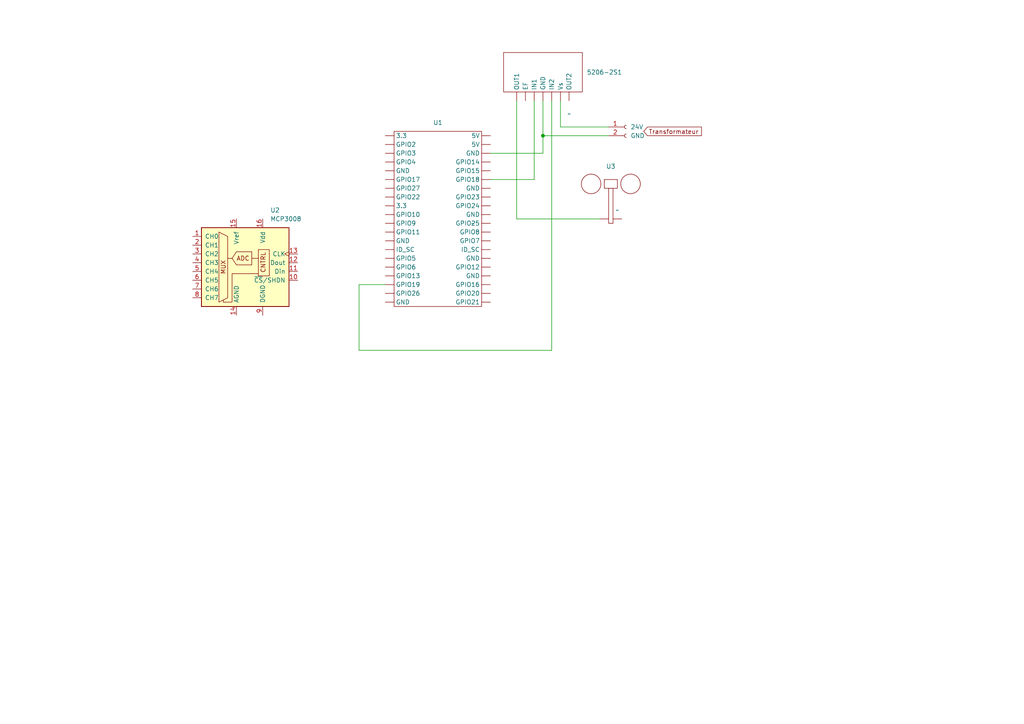
<source format=kicad_sch>
(kicad_sch (version 20230121) (generator eeschema)

  (uuid 2c890d49-afbc-4e69-b3ac-c81fc2eb91e7)

  (paper "A4")

  (lib_symbols
    (symbol "Analog_ADC:MCP3008" (pin_names (offset 1.016)) (in_bom yes) (on_board yes)
      (property "Reference" "U" (at -5.08 13.335 0)
        (effects (font (size 1.27 1.27)) (justify right))
      )
      (property "Value" "MCP3008" (at -5.08 11.43 0)
        (effects (font (size 1.27 1.27)) (justify right))
      )
      (property "Footprint" "" (at 2.54 2.54 0)
        (effects (font (size 1.27 1.27)) hide)
      )
      (property "Datasheet" "http://ww1.microchip.com/downloads/en/DeviceDoc/21295d.pdf" (at 2.54 2.54 0)
        (effects (font (size 1.27 1.27)) hide)
      )
      (property "ki_keywords" "12bit ADC Reference Single Supply SPI 8CH" (at 0 0 0)
        (effects (font (size 1.27 1.27)) hide)
      )
      (property "ki_description" "A/D Converter, 10-Bit, 8-Channel, SPI Interface , 2.7V-5.5V" (at 0 0 0)
        (effects (font (size 1.27 1.27)) hide)
      )
      (property "ki_fp_filters" "DIP*W7.62mm* SOIC*3.9x9.9mm*P1.27mm*" (at 0 0 0)
        (effects (font (size 1.27 1.27)) hide)
      )
      (symbol "MCP3008_0_0"
        (text "ADC" (at -0.635 1.27 0)
          (effects (font (size 1.27 1.27)))
        )
        (text "CNTRL" (at 5.969 -2.921 900)
          (effects (font (size 1.27 1.27)) (justify left bottom))
        )
        (text "MUX" (at -6.35 -1.27 900)
          (effects (font (size 1.27 1.27)))
        )
      )
      (symbol "MCP3008_0_1"
        (polyline
          (pts
            (xy -3.81 1.27)
            (xy -5.08 1.27)
          )
          (stroke (width 0) (type default))
          (fill (type none))
        )
        (polyline
          (pts
            (xy 1.905 1.27)
            (xy 3.81 1.27)
          )
          (stroke (width 0) (type default))
          (fill (type none))
        )
        (polyline
          (pts
            (xy -7.62 8.89)
            (xy -7.62 -11.43)
            (xy -5.08 -10.16)
            (xy -5.08 7.62)
            (xy -7.62 8.89)
          )
          (stroke (width 0) (type default))
          (fill (type none))
        )
        (polyline
          (pts
            (xy 3.81 -3.175)
            (xy -3.81 -3.175)
            (xy -3.81 -11.43)
            (xy -6.35 -11.43)
            (xy -6.35 -10.795)
          )
          (stroke (width 0) (type default))
          (fill (type none))
        )
        (polyline
          (pts
            (xy 1.905 3.175)
            (xy 1.905 -0.635)
            (xy -2.54 -0.635)
            (xy -3.81 1.27)
            (xy -2.54 3.175)
            (xy 1.905 3.175)
          )
          (stroke (width 0) (type default))
          (fill (type none))
        )
        (rectangle (start 3.81 -3.81) (end 6.985 3.81)
          (stroke (width 0) (type default))
          (fill (type none))
        )
        (rectangle (start 12.7 -12.7) (end -12.7 10.16)
          (stroke (width 0.254) (type default))
          (fill (type background))
        )
      )
      (symbol "MCP3008_1_1"
        (pin input line (at -15.24 7.62 0) (length 2.54)
          (name "CH0" (effects (font (size 1.27 1.27))))
          (number "1" (effects (font (size 1.27 1.27))))
        )
        (pin input line (at 15.24 -5.08 180) (length 2.54)
          (name "~{CS}/SHDN" (effects (font (size 1.27 1.27))))
          (number "10" (effects (font (size 1.27 1.27))))
        )
        (pin input line (at 15.24 -2.54 180) (length 2.54)
          (name "Din" (effects (font (size 1.27 1.27))))
          (number "11" (effects (font (size 1.27 1.27))))
        )
        (pin output line (at 15.24 0 180) (length 2.54)
          (name "Dout" (effects (font (size 1.27 1.27))))
          (number "12" (effects (font (size 1.27 1.27))))
        )
        (pin input clock (at 15.24 2.54 180) (length 2.54)
          (name "CLK" (effects (font (size 1.27 1.27))))
          (number "13" (effects (font (size 1.27 1.27))))
        )
        (pin power_in line (at -2.54 -15.24 90) (length 2.54)
          (name "AGND" (effects (font (size 1.27 1.27))))
          (number "14" (effects (font (size 1.27 1.27))))
        )
        (pin power_in line (at -2.54 12.7 270) (length 2.54)
          (name "Vref" (effects (font (size 1.27 1.27))))
          (number "15" (effects (font (size 1.27 1.27))))
        )
        (pin power_in line (at 5.08 12.7 270) (length 2.54)
          (name "Vdd" (effects (font (size 1.27 1.27))))
          (number "16" (effects (font (size 1.27 1.27))))
        )
        (pin input line (at -15.24 5.08 0) (length 2.54)
          (name "CH1" (effects (font (size 1.27 1.27))))
          (number "2" (effects (font (size 1.27 1.27))))
        )
        (pin input line (at -15.24 2.54 0) (length 2.54)
          (name "CH2" (effects (font (size 1.27 1.27))))
          (number "3" (effects (font (size 1.27 1.27))))
        )
        (pin input line (at -15.24 0 0) (length 2.54)
          (name "CH3" (effects (font (size 1.27 1.27))))
          (number "4" (effects (font (size 1.27 1.27))))
        )
        (pin input line (at -15.24 -2.54 0) (length 2.54)
          (name "CH4" (effects (font (size 1.27 1.27))))
          (number "5" (effects (font (size 1.27 1.27))))
        )
        (pin input line (at -15.24 -5.08 0) (length 2.54)
          (name "CH5" (effects (font (size 1.27 1.27))))
          (number "6" (effects (font (size 1.27 1.27))))
        )
        (pin input line (at -15.24 -7.62 0) (length 2.54)
          (name "CH6" (effects (font (size 1.27 1.27))))
          (number "7" (effects (font (size 1.27 1.27))))
        )
        (pin input line (at -15.24 -10.16 0) (length 2.54)
          (name "CH7" (effects (font (size 1.27 1.27))))
          (number "8" (effects (font (size 1.27 1.27))))
        )
        (pin power_in line (at 5.08 -15.24 90) (length 2.54)
          (name "DGND" (effects (font (size 1.27 1.27))))
          (number "9" (effects (font (size 1.27 1.27))))
        )
      )
    )
    (symbol "Connector:Conn_01x02_Socket" (pin_names (offset 1.016) hide) (in_bom yes) (on_board yes)
      (property "Reference" "J" (at 0 2.54 0)
        (effects (font (size 1.27 1.27)))
      )
      (property "Value" "Conn_01x02_Socket" (at 0 -5.08 0)
        (effects (font (size 1.27 1.27)))
      )
      (property "Footprint" "" (at 0 0 0)
        (effects (font (size 1.27 1.27)) hide)
      )
      (property "Datasheet" "~" (at 0 0 0)
        (effects (font (size 1.27 1.27)) hide)
      )
      (property "ki_locked" "" (at 0 0 0)
        (effects (font (size 1.27 1.27)))
      )
      (property "ki_keywords" "connector" (at 0 0 0)
        (effects (font (size 1.27 1.27)) hide)
      )
      (property "ki_description" "Generic connector, single row, 01x02, script generated" (at 0 0 0)
        (effects (font (size 1.27 1.27)) hide)
      )
      (property "ki_fp_filters" "Connector*:*_1x??_*" (at 0 0 0)
        (effects (font (size 1.27 1.27)) hide)
      )
      (symbol "Conn_01x02_Socket_1_1"
        (arc (start 0 -2.032) (mid -0.5058 -2.54) (end 0 -3.048)
          (stroke (width 0.1524) (type default))
          (fill (type none))
        )
        (polyline
          (pts
            (xy -1.27 -2.54)
            (xy -0.508 -2.54)
          )
          (stroke (width 0.1524) (type default))
          (fill (type none))
        )
        (polyline
          (pts
            (xy -1.27 0)
            (xy -0.508 0)
          )
          (stroke (width 0.1524) (type default))
          (fill (type none))
        )
        (arc (start 0 0.508) (mid -0.5058 0) (end 0 -0.508)
          (stroke (width 0.1524) (type default))
          (fill (type none))
        )
        (pin passive line (at -5.08 0 0) (length 3.81)
          (name "Pin_1" (effects (font (size 1.27 1.27))))
          (number "1" (effects (font (size 1.27 1.27))))
        )
        (pin passive line (at -5.08 -2.54 0) (length 3.81)
          (name "Pin_2" (effects (font (size 1.27 1.27))))
          (number "2" (effects (font (size 1.27 1.27))))
        )
      )
    )
    (symbol "PFELib:5206-2S" (in_bom yes) (on_board yes)
      (property "Reference" "5206-2S" (at 0 0 0)
        (effects (font (size 1.27 1.27)))
      )
      (property "Value" "" (at 0 0 0)
        (effects (font (size 1.27 1.27)))
      )
      (property "Footprint" "" (at 0 0 0)
        (effects (font (size 1.27 1.27)) hide)
      )
      (property "Datasheet" "" (at 0 0 0)
        (effects (font (size 1.27 1.27)) hide)
      )
      (symbol "5206-2S_0_1"
        (rectangle (start -19.05 6.35) (end 3.81 17.78)
          (stroke (width 0) (type default))
          (fill (type none))
        )
      )
      (symbol "5206-2S_1_1"
        (pin input line (at -12.7 3.81 90) (length 2.54)
          (name "EF" (effects (font (size 1.27 1.27))))
          (number "" (effects (font (size 1.27 1.27))))
        )
        (pin input line (at -7.62 3.81 90) (length 2.54)
          (name "GND" (effects (font (size 1.27 1.27))))
          (number "" (effects (font (size 1.27 1.27))))
        )
        (pin input line (at -10.16 3.81 90) (length 2.54)
          (name "IN1" (effects (font (size 1.27 1.27))))
          (number "" (effects (font (size 1.27 1.27))))
        )
        (pin input line (at -5.08 3.81 90) (length 2.54)
          (name "IN2" (effects (font (size 1.27 1.27))))
          (number "" (effects (font (size 1.27 1.27))))
        )
        (pin input line (at -15.24 3.81 90) (length 2.54)
          (name "OUT1" (effects (font (size 1.27 1.27))))
          (number "" (effects (font (size 1.27 1.27))))
        )
        (pin input line (at -0.0618 3.7963 90) (length 2.54)
          (name "OUT2" (effects (font (size 1.27 1.27))))
          (number "" (effects (font (size 1.27 1.27))))
        )
        (pin input line (at -2.54 3.81 90) (length 2.54)
          (name "Vs" (effects (font (size 1.27 1.27))))
          (number "" (effects (font (size 1.27 1.27))))
        )
      )
    )
    (symbol "PFELib:Raspi3b+" (in_bom yes) (on_board yes)
      (property "Reference" "U1" (at 0 29.21 0)
        (effects (font (size 1.27 1.27)))
      )
      (property "Value" "~" (at 10.16 0 0)
        (effects (font (size 1.27 1.27)))
      )
      (property "Footprint" "" (at 10.16 0 0)
        (effects (font (size 1.27 1.27)) hide)
      )
      (property "Datasheet" "" (at 10.16 0 0)
        (effects (font (size 1.27 1.27)) hide)
      )
      (symbol "Raspi3b+_0_1"
        (rectangle (start -12.7 26.67) (end 12.7 -24.13)
          (stroke (width 0) (type default))
          (fill (type none))
        )
      )
      (symbol "Raspi3b+_1_1"
        (pin input line (at -15.24 5.08 0) (length 2.54)
          (name "3.3" (effects (font (size 1.27 1.27))))
          (number "" (effects (font (size 1.27 1.27))))
        )
        (pin input line (at -15.24 25.4 0) (length 2.54)
          (name "3.3" (effects (font (size 1.27 1.27))))
          (number "" (effects (font (size 1.27 1.27))))
        )
        (pin input line (at 15.24 22.86 180) (length 2.54)
          (name "5V" (effects (font (size 1.27 1.27))))
          (number "" (effects (font (size 1.27 1.27))))
        )
        (pin input line (at 15.24 25.4 180) (length 2.54)
          (name "5V" (effects (font (size 1.27 1.27))))
          (number "" (effects (font (size 1.27 1.27))))
        )
        (pin input line (at -15.24 -22.86 0) (length 2.54)
          (name "GND" (effects (font (size 1.27 1.27))))
          (number "" (effects (font (size 1.27 1.27))))
        )
        (pin input line (at -15.24 -5.08 0) (length 2.54)
          (name "GND" (effects (font (size 1.27 1.27))))
          (number "" (effects (font (size 1.27 1.27))))
        )
        (pin input line (at -15.24 15.24 0) (length 2.54)
          (name "GND" (effects (font (size 1.27 1.27))))
          (number "" (effects (font (size 1.27 1.27))))
        )
        (pin input line (at 15.24 -15.24 180) (length 2.54)
          (name "GND" (effects (font (size 1.27 1.27))))
          (number "" (effects (font (size 1.27 1.27))))
        )
        (pin input line (at 15.24 -10.16 180) (length 2.54)
          (name "GND" (effects (font (size 1.27 1.27))))
          (number "" (effects (font (size 1.27 1.27))))
        )
        (pin input line (at 15.24 2.54 180) (length 2.54)
          (name "GND" (effects (font (size 1.27 1.27))))
          (number "" (effects (font (size 1.27 1.27))))
        )
        (pin input line (at 15.24 10.16 180) (length 2.54)
          (name "GND" (effects (font (size 1.27 1.27))))
          (number "" (effects (font (size 1.27 1.27))))
        )
        (pin input line (at 15.24 20.32 180) (length 2.54)
          (name "GND" (effects (font (size 1.27 1.27))))
          (number "" (effects (font (size 1.27 1.27))))
        )
        (pin input line (at -15.24 2.54 0) (length 2.54)
          (name "GPIO10" (effects (font (size 1.27 1.27))))
          (number "" (effects (font (size 1.27 1.27))))
        )
        (pin input line (at -15.24 -2.54 0) (length 2.54)
          (name "GPIO11" (effects (font (size 1.27 1.27))))
          (number "" (effects (font (size 1.27 1.27))))
        )
        (pin input line (at 15.24 -12.7 180) (length 2.54)
          (name "GPIO12" (effects (font (size 1.27 1.27))))
          (number "" (effects (font (size 1.27 1.27))))
        )
        (pin input line (at -15.24 -15.24 0) (length 2.54)
          (name "GPIO13" (effects (font (size 1.27 1.27))))
          (number "" (effects (font (size 1.27 1.27))))
        )
        (pin input line (at 15.24 17.78 180) (length 2.54)
          (name "GPIO14" (effects (font (size 1.27 1.27))))
          (number "" (effects (font (size 1.27 1.27))))
        )
        (pin input line (at 15.24 15.24 180) (length 2.54)
          (name "GPIO15" (effects (font (size 1.27 1.27))))
          (number "" (effects (font (size 1.27 1.27))))
        )
        (pin input line (at 15.24 -17.78 180) (length 2.54)
          (name "GPIO16" (effects (font (size 1.27 1.27))))
          (number "" (effects (font (size 1.27 1.27))))
        )
        (pin input line (at -15.24 12.7 0) (length 2.54)
          (name "GPIO17" (effects (font (size 1.27 1.27))))
          (number "" (effects (font (size 1.27 1.27))))
        )
        (pin input line (at 15.24 12.7 180) (length 2.54)
          (name "GPIO18" (effects (font (size 1.27 1.27))))
          (number "" (effects (font (size 1.27 1.27))))
        )
        (pin input line (at -15.24 -17.78 0) (length 2.54)
          (name "GPIO19" (effects (font (size 1.27 1.27))))
          (number "" (effects (font (size 1.27 1.27))))
        )
        (pin input line (at -15.24 22.86 0) (length 2.54)
          (name "GPIO2" (effects (font (size 1.27 1.27))))
          (number "" (effects (font (size 1.27 1.27))))
        )
        (pin input line (at 15.24 -20.32 180) (length 2.54)
          (name "GPIO20" (effects (font (size 1.27 1.27))))
          (number "" (effects (font (size 1.27 1.27))))
        )
        (pin input line (at 15.24 -22.86 180) (length 2.54)
          (name "GPIO21" (effects (font (size 1.27 1.27))))
          (number "" (effects (font (size 1.27 1.27))))
        )
        (pin input line (at -15.24 7.62 0) (length 2.54)
          (name "GPIO22" (effects (font (size 1.27 1.27))))
          (number "" (effects (font (size 1.27 1.27))))
        )
        (pin input line (at 15.24 7.62 180) (length 2.54)
          (name "GPIO23" (effects (font (size 1.27 1.27))))
          (number "" (effects (font (size 1.27 1.27))))
        )
        (pin input line (at 15.24 5.08 180) (length 2.54)
          (name "GPIO24" (effects (font (size 1.27 1.27))))
          (number "" (effects (font (size 1.27 1.27))))
        )
        (pin input line (at 15.24 0 180) (length 2.54)
          (name "GPIO25" (effects (font (size 1.27 1.27))))
          (number "" (effects (font (size 1.27 1.27))))
        )
        (pin input line (at -15.24 -20.32 0) (length 2.54)
          (name "GPIO26" (effects (font (size 1.27 1.27))))
          (number "" (effects (font (size 1.27 1.27))))
        )
        (pin input line (at -15.24 10.16 0) (length 2.54)
          (name "GPIO27" (effects (font (size 1.27 1.27))))
          (number "" (effects (font (size 1.27 1.27))))
        )
        (pin input line (at -15.24 20.32 0) (length 2.54)
          (name "GPIO3" (effects (font (size 1.27 1.27))))
          (number "" (effects (font (size 1.27 1.27))))
        )
        (pin input line (at -15.24 17.78 0) (length 2.54)
          (name "GPIO4" (effects (font (size 1.27 1.27))))
          (number "" (effects (font (size 1.27 1.27))))
        )
        (pin input line (at -15.24 -10.16 0) (length 2.54)
          (name "GPIO5" (effects (font (size 1.27 1.27))))
          (number "" (effects (font (size 1.27 1.27))))
        )
        (pin input line (at -15.24 -12.7 0) (length 2.54)
          (name "GPIO6" (effects (font (size 1.27 1.27))))
          (number "" (effects (font (size 1.27 1.27))))
        )
        (pin input line (at 15.24 -5.08 180) (length 2.54)
          (name "GPIO7" (effects (font (size 1.27 1.27))))
          (number "" (effects (font (size 1.27 1.27))))
        )
        (pin input line (at 15.24 -2.54 180) (length 2.54)
          (name "GPIO8" (effects (font (size 1.27 1.27))))
          (number "" (effects (font (size 1.27 1.27))))
        )
        (pin input line (at -15.24 0 0) (length 2.54)
          (name "GPIO9" (effects (font (size 1.27 1.27))))
          (number "" (effects (font (size 1.27 1.27))))
        )
        (pin input line (at -15.24 -7.62 0) (length 2.54)
          (name "ID_SC" (effects (font (size 1.27 1.27))))
          (number "" (effects (font (size 1.27 1.27))))
        )
        (pin input line (at 15.24 -7.62 180) (length 2.54)
          (name "ID_SC" (effects (font (size 1.27 1.27))))
          (number "" (effects (font (size 1.27 1.27))))
        )
      )
    )
    (symbol "PFELib:Ringer" (in_bom yes) (on_board yes)
      (property "Reference" "U" (at 0 0 0)
        (effects (font (size 1.27 1.27)))
      )
      (property "Value" "" (at 0 0 0)
        (effects (font (size 1.27 1.27)))
      )
      (property "Footprint" "" (at 0 0 0)
        (effects (font (size 1.27 1.27)) hide)
      )
      (property "Datasheet" "" (at 0 0 0)
        (effects (font (size 1.27 1.27)) hide)
      )
      (symbol "Ringer_0_1"
        (circle (center -7.62 7.62) (radius 2.8398)
          (stroke (width 0) (type default))
          (fill (type none))
        )
        (rectangle (start -3.81 8.89) (end 0 6.35)
          (stroke (width 0) (type default))
          (fill (type none))
        )
        (rectangle (start -2.54 6.35) (end -1.27 -3.81)
          (stroke (width 0) (type default))
          (fill (type none))
        )
        (circle (center 3.81 7.62) (radius 2.8398)
          (stroke (width 0) (type default))
          (fill (type none))
        )
      )
      (symbol "Ringer_1_1"
        (pin input line (at -5.08 -2.54 0) (length 2.54)
          (name "" (effects (font (size 1.27 1.27))))
          (number "" (effects (font (size 1.27 1.27))))
        )
        (pin input line (at 1.27 -2.54 180) (length 2.54)
          (name "" (effects (font (size 1.27 1.27))))
          (number "" (effects (font (size 1.27 1.27))))
        )
      )
    )
  )

  (junction (at 157.48 39.37) (diameter 0) (color 0 0 0 0)
    (uuid f8713a9b-6f48-42fe-bf66-cdfb08c27bf0)
  )

  (wire (pts (xy 160.02 101.6) (xy 104.14 101.6))
    (stroke (width 0) (type default))
    (uuid 0e99a94b-e826-4475-b129-0de8d0a1aaa6)
  )
  (wire (pts (xy 162.56 29.21) (xy 162.56 36.83))
    (stroke (width 0) (type default))
    (uuid 101765c9-e142-4ec6-b666-5cd243fe6ce6)
  )
  (wire (pts (xy 157.48 44.45) (xy 142.24 44.45))
    (stroke (width 0) (type default))
    (uuid 50709794-780e-4d0f-9d55-6b7b461f0ba7)
  )
  (wire (pts (xy 104.14 82.55) (xy 111.76 82.55))
    (stroke (width 0) (type default))
    (uuid 59ab6142-f4ee-402a-b308-6d74b8b23c84)
  )
  (wire (pts (xy 173.99 63.5) (xy 149.86 63.5))
    (stroke (width 0) (type default))
    (uuid 70dd46a3-d74d-488e-b71f-373435d6fd3c)
  )
  (wire (pts (xy 157.48 39.37) (xy 157.48 44.45))
    (stroke (width 0) (type default))
    (uuid 8571c81e-0281-4165-9b6d-27de2f086843)
  )
  (wire (pts (xy 157.48 29.21) (xy 157.48 39.37))
    (stroke (width 0) (type default))
    (uuid 8ccf6b81-5885-43b1-9e32-0abe376bd99b)
  )
  (wire (pts (xy 104.14 101.6) (xy 104.14 82.55))
    (stroke (width 0) (type default))
    (uuid 8d7472d6-85dd-48db-a28a-eed6bc6c0694)
  )
  (wire (pts (xy 162.56 36.83) (xy 176.53 36.83))
    (stroke (width 0) (type default))
    (uuid 9001aa9b-5ed1-4d2b-ae83-e046d79a4cb7)
  )
  (wire (pts (xy 176.53 39.37) (xy 157.48 39.37))
    (stroke (width 0) (type default))
    (uuid a3419067-310b-4c26-9a09-89345bb18aae)
  )
  (wire (pts (xy 149.86 63.5) (xy 149.86 29.21))
    (stroke (width 0) (type default))
    (uuid b45daef5-d1c8-4e13-b2e3-c83cba408025)
  )
  (wire (pts (xy 154.94 29.21) (xy 154.94 52.07))
    (stroke (width 0) (type default))
    (uuid b9c4e7e8-8f55-4adf-b4ea-b11d5b8f54ed)
  )
  (wire (pts (xy 154.94 52.07) (xy 142.24 52.07))
    (stroke (width 0) (type default))
    (uuid c084ebf8-efc8-4515-9357-465a3d9306ac)
  )
  (wire (pts (xy 160.02 29.21) (xy 160.02 101.6))
    (stroke (width 0) (type default))
    (uuid e7e7c541-9119-4d4c-bf70-be51f7af7db7)
  )

  (global_label "Transformateur" (shape input) (at 186.69 38.1 0) (fields_autoplaced)
    (effects (font (size 1.27 1.27)) (justify left))
    (uuid 506457e5-314e-4695-b832-4cf6e7218e12)
    (property "Intersheetrefs" "${INTERSHEET_REFS}" (at 204.0078 38.1 0)
      (effects (font (size 1.27 1.27)) (justify left) hide)
    )
  )

  (symbol (lib_id "Connector:Conn_01x02_Socket") (at 181.61 36.83 0) (unit 1)
    (in_bom yes) (on_board yes) (dnp no) (fields_autoplaced)
    (uuid 1a1f3175-ee9b-4c9b-8333-409cbb5d9ef6)
    (property "Reference" "24V" (at 182.88 36.83 0)
      (effects (font (size 1.27 1.27)) (justify left))
    )
    (property "Value" "GND" (at 182.88 39.37 0)
      (effects (font (size 1.27 1.27)) (justify left))
    )
    (property "Footprint" "" (at 181.61 36.83 0)
      (effects (font (size 1.27 1.27)) hide)
    )
    (property "Datasheet" "~" (at 181.61 36.83 0)
      (effects (font (size 1.27 1.27)) hide)
    )
    (pin "1" (uuid e5fd2ced-69a1-426d-ab50-68568e92671f))
    (pin "2" (uuid a71563f7-514c-46ba-ae03-dee650f4030f))
    (instances
      (project "ChamberOfVacuum"
        (path "/2c890d49-afbc-4e69-b3ac-c81fc2eb91e7"
          (reference "24V") (unit 1)
        )
      )
    )
  )

  (symbol (lib_id "PFELib:Raspi3b+") (at 127 64.77 0) (unit 1)
    (in_bom yes) (on_board yes) (dnp no) (fields_autoplaced)
    (uuid 1fce932a-cd88-4d17-8d80-7bdab3ca4a07)
    (property "Reference" "U1" (at 127 35.56 0)
      (effects (font (size 1.27 1.27)))
    )
    (property "Value" "~" (at 137.16 64.77 0)
      (effects (font (size 1.27 1.27)))
    )
    (property "Footprint" "" (at 137.16 64.77 0)
      (effects (font (size 1.27 1.27)) hide)
    )
    (property "Datasheet" "" (at 137.16 64.77 0)
      (effects (font (size 1.27 1.27)) hide)
    )
    (pin "" (uuid b9f27d5c-2698-49f8-a4c7-dcbb616c7fac))
    (pin "" (uuid b9f27d5c-2698-49f8-a4c7-dcbb616c7fac))
    (pin "" (uuid b9f27d5c-2698-49f8-a4c7-dcbb616c7fac))
    (pin "" (uuid b9f27d5c-2698-49f8-a4c7-dcbb616c7fac))
    (pin "" (uuid b9f27d5c-2698-49f8-a4c7-dcbb616c7fac))
    (pin "" (uuid b9f27d5c-2698-49f8-a4c7-dcbb616c7fac))
    (pin "" (uuid b9f27d5c-2698-49f8-a4c7-dcbb616c7fac))
    (pin "" (uuid b9f27d5c-2698-49f8-a4c7-dcbb616c7fac))
    (pin "" (uuid b9f27d5c-2698-49f8-a4c7-dcbb616c7fac))
    (pin "" (uuid b9f27d5c-2698-49f8-a4c7-dcbb616c7fac))
    (pin "" (uuid b9f27d5c-2698-49f8-a4c7-dcbb616c7fac))
    (pin "" (uuid b9f27d5c-2698-49f8-a4c7-dcbb616c7fac))
    (pin "" (uuid b9f27d5c-2698-49f8-a4c7-dcbb616c7fac))
    (pin "" (uuid b9f27d5c-2698-49f8-a4c7-dcbb616c7fac))
    (pin "" (uuid b9f27d5c-2698-49f8-a4c7-dcbb616c7fac))
    (pin "" (uuid b9f27d5c-2698-49f8-a4c7-dcbb616c7fac))
    (pin "" (uuid b9f27d5c-2698-49f8-a4c7-dcbb616c7fac))
    (pin "" (uuid b9f27d5c-2698-49f8-a4c7-dcbb616c7fac))
    (pin "" (uuid b9f27d5c-2698-49f8-a4c7-dcbb616c7fac))
    (pin "" (uuid b9f27d5c-2698-49f8-a4c7-dcbb616c7fac))
    (pin "" (uuid b9f27d5c-2698-49f8-a4c7-dcbb616c7fac))
    (pin "" (uuid b9f27d5c-2698-49f8-a4c7-dcbb616c7fac))
    (pin "" (uuid b9f27d5c-2698-49f8-a4c7-dcbb616c7fac))
    (pin "" (uuid b9f27d5c-2698-49f8-a4c7-dcbb616c7fac))
    (pin "" (uuid b9f27d5c-2698-49f8-a4c7-dcbb616c7fac))
    (pin "" (uuid b9f27d5c-2698-49f8-a4c7-dcbb616c7fac))
    (pin "" (uuid b9f27d5c-2698-49f8-a4c7-dcbb616c7fac))
    (pin "" (uuid b9f27d5c-2698-49f8-a4c7-dcbb616c7fac))
    (pin "" (uuid b9f27d5c-2698-49f8-a4c7-dcbb616c7fac))
    (pin "" (uuid b9f27d5c-2698-49f8-a4c7-dcbb616c7fac))
    (pin "" (uuid b9f27d5c-2698-49f8-a4c7-dcbb616c7fac))
    (pin "" (uuid b9f27d5c-2698-49f8-a4c7-dcbb616c7fac))
    (pin "" (uuid b9f27d5c-2698-49f8-a4c7-dcbb616c7fac))
    (pin "" (uuid b9f27d5c-2698-49f8-a4c7-dcbb616c7fac))
    (pin "" (uuid b9f27d5c-2698-49f8-a4c7-dcbb616c7fac))
    (pin "" (uuid b9f27d5c-2698-49f8-a4c7-dcbb616c7fac))
    (pin "" (uuid b9f27d5c-2698-49f8-a4c7-dcbb616c7fac))
    (pin "" (uuid b9f27d5c-2698-49f8-a4c7-dcbb616c7fac))
    (pin "" (uuid b9f27d5c-2698-49f8-a4c7-dcbb616c7fac))
    (pin "" (uuid b9f27d5c-2698-49f8-a4c7-dcbb616c7fac))
    (instances
      (project "ChamberOfVacuum"
        (path "/2c890d49-afbc-4e69-b3ac-c81fc2eb91e7"
          (reference "U1") (unit 1)
        )
      )
    )
  )

  (symbol (lib_id "PFELib:5206-2S") (at 165.1 33.02 0) (unit 1)
    (in_bom yes) (on_board yes) (dnp no) (fields_autoplaced)
    (uuid 55a94863-5439-4554-9651-fe35277c27e5)
    (property "Reference" "5206-2S1" (at 170.18 20.9618 0)
      (effects (font (size 1.27 1.27)) (justify left))
    )
    (property "Value" "~" (at 165.1 33.02 0)
      (effects (font (size 1.27 1.27)))
    )
    (property "Footprint" "" (at 165.1 33.02 0)
      (effects (font (size 1.27 1.27)) hide)
    )
    (property "Datasheet" "" (at 165.1 33.02 0)
      (effects (font (size 1.27 1.27)) hide)
    )
    (pin "" (uuid 59644416-93ee-45d6-ab85-4b2636ce984f))
    (pin "" (uuid 91a8db1e-f437-46fd-a14d-036aec4be9b2))
    (pin "" (uuid da1c1a02-36f2-4342-beb7-155d6247d5cf))
    (pin "" (uuid ea865453-b7c3-46fb-b6b4-50106e0ba142))
    (pin "" (uuid 07753ab7-79b8-47be-bbd6-11ddeaf7e689))
    (pin "" (uuid 1d89c24b-90aa-447e-ab75-2778dcd1eaf7))
    (pin "" (uuid 688c0a28-3c91-47f9-9ef6-fe3fb22b433e))
    (instances
      (project "ChamberOfVacuum"
        (path "/2c890d49-afbc-4e69-b3ac-c81fc2eb91e7"
          (reference "5206-2S1") (unit 1)
        )
      )
    )
  )

  (symbol (lib_id "Analog_ADC:MCP3008") (at 71.12 76.2 0) (unit 1)
    (in_bom yes) (on_board yes) (dnp no) (fields_autoplaced)
    (uuid 85ce9b3c-b9f4-4d47-984e-2d59b7d6fe52)
    (property "Reference" "U2" (at 78.3941 60.96 0)
      (effects (font (size 1.27 1.27)) (justify left))
    )
    (property "Value" "MCP3008" (at 78.3941 63.5 0)
      (effects (font (size 1.27 1.27)) (justify left))
    )
    (property "Footprint" "" (at 73.66 73.66 0)
      (effects (font (size 1.27 1.27)) hide)
    )
    (property "Datasheet" "http://ww1.microchip.com/downloads/en/DeviceDoc/21295d.pdf" (at 73.66 73.66 0)
      (effects (font (size 1.27 1.27)) hide)
    )
    (pin "1" (uuid ee06955c-530d-42a6-92db-de5357f23272))
    (pin "10" (uuid 45831918-75eb-45a3-aa1a-938ec9ee749b))
    (pin "11" (uuid 70b925e5-d9ac-48d5-aa85-ca8b3b616f71))
    (pin "12" (uuid dfb1f0be-42f5-4b4d-af81-094dc2f85f43))
    (pin "13" (uuid 3214345d-367e-4661-a4ec-40d5dc6f8960))
    (pin "14" (uuid 49b9bd03-fdb6-4b1a-b618-aed83766ed31))
    (pin "15" (uuid cab28ebc-d207-4019-9fe0-4a9795b0213b))
    (pin "16" (uuid 1fb46ab1-74b2-4645-87e6-fbb9dfc193f9))
    (pin "2" (uuid c1f5487b-0e61-4e0b-8167-fe110f4df5f9))
    (pin "3" (uuid 77cfe056-a4d5-4f77-86c1-8a8bf43ee6cb))
    (pin "4" (uuid 43b47254-196d-445f-a0eb-23edfd661ac5))
    (pin "5" (uuid 0b8b63d0-5cc7-4312-86ed-5a353413d897))
    (pin "6" (uuid 93af08d4-581c-4318-9e40-12b658faf3eb))
    (pin "7" (uuid 7e1c3f73-9821-4cbf-8517-da70431d69e7))
    (pin "8" (uuid 8a8d86d7-ab76-416b-9fbd-a054ef7e3106))
    (pin "9" (uuid 247291b4-0601-4841-94a7-74fd8f0bc319))
    (instances
      (project "ChamberOfVacuum"
        (path "/2c890d49-afbc-4e69-b3ac-c81fc2eb91e7"
          (reference "U2") (unit 1)
        )
      )
    )
  )

  (symbol (lib_id "PFELib:Ringer") (at 179.07 60.96 0) (unit 1)
    (in_bom yes) (on_board yes) (dnp no) (fields_autoplaced)
    (uuid a74f5165-736c-4e47-8c24-827354713cd6)
    (property "Reference" "U3" (at 177.165 48.26 0)
      (effects (font (size 1.27 1.27)))
    )
    (property "Value" "~" (at 179.07 60.96 0)
      (effects (font (size 1.27 1.27)))
    )
    (property "Footprint" "" (at 179.07 60.96 0)
      (effects (font (size 1.27 1.27)) hide)
    )
    (property "Datasheet" "" (at 179.07 60.96 0)
      (effects (font (size 1.27 1.27)) hide)
    )
    (pin "" (uuid 5246d742-aa5a-4484-a1e5-45d2d724b82f))
    (pin "" (uuid 75c5bae7-0e8e-4521-a24c-231252f90993))
    (instances
      (project "ChamberOfVacuum"
        (path "/2c890d49-afbc-4e69-b3ac-c81fc2eb91e7"
          (reference "U3") (unit 1)
        )
      )
    )
  )

  (sheet_instances
    (path "/" (page "1"))
  )
)

</source>
